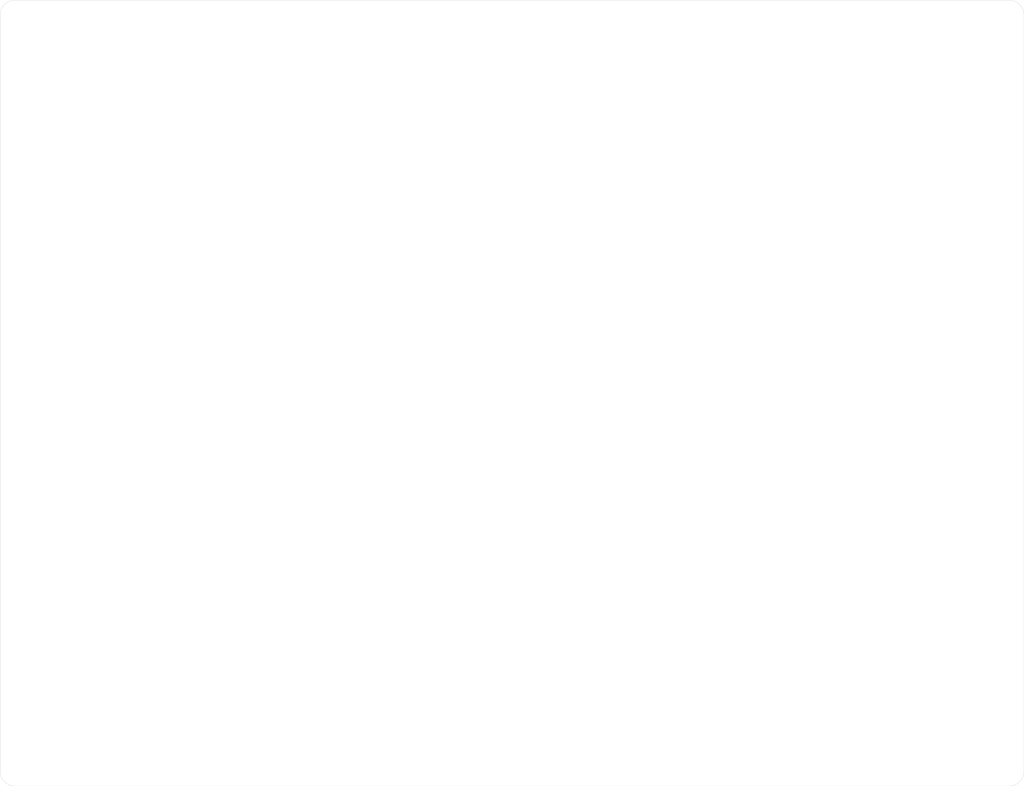
<source format=kicad_pcb>
(kicad_pcb (version 20240108) (generator "pcbnew") (generator_version "8.0")
  (layers (0 "F.Cu" signal) (31 "B.Cu" signal) (34 "B.Paste" user) (35 "F.Paste" user) (36 "B.SilkS" user "B.Silkscreen") (37 "F.SilkS" user "F.Silkscreen") (38 "B.Mask" user) (39 "F.Mask" user) (44 "Edge.Cuts" user))
  (net 0 "")
  (footprint "kbd_Hole:m2_Screw_Hole" (layer "F.Cu") (at 133.35 104.775)
    (property "Reference" "Ref**")
    (property "Value" "Val**")
    (pad "" np_thru_hole circle (at 0 0) (size 2.2 2.2) (drill 2.2) (layers "*.Cu" "*.Mask"))
  )
  (footprint "kbd_Hole:m2_Screw_Hole" (layer "F.Cu") (at 71.4375 85.725)
    (property "Reference" "Ref**")
    (property "Value" "Val**")
    (pad "" np_thru_hole circle (at 0 0) (size 2.2 2.2) (drill 2.2) (layers "*.Cu" "*.Mask"))
  )
  (footprint "kbd_Hole:m2_Screw_Hole" (layer "F.Cu") (at 180.975 23.8125)
    (property "Reference" "Ref**")
    (property "Value" "Val**")
    (pad "" np_thru_hole circle (at 0 0) (size 2.2 2.2) (drill 2.2) (layers "*.Cu" "*.Mask"))
  )
  (footprint "kbd_Hole:m2_Screw_Hole" (layer "F.Cu") (at 180.975 140.49375)
    (property "Reference" "Ref**")
    (property "Value" "Val**")
    (pad "" np_thru_hole circle (at 0 0) (size 2.2 2.2) (drill 2.2) (layers "*.Cu" "*.Mask"))
  )
  (footprint "kbd_Hole:m2_Screw_Hole" (layer "F.Cu") (at 47.625 140.49375)
    (property "Reference" "Ref**")
    (property "Value" "Val**")
    (pad "" np_thru_hole circle (at 0 0) (size 2.2 2.2) (drill 2.2) (layers "*.Cu" "*.Mask"))
  )
  (footprint "kbd_Hole:m2_Screw_Hole" (layer "F.Cu") (at 88.10625 23.8125)
    (property "Reference" "Ref**")
    (property "Value" "Val**")
    (pad "" np_thru_hole circle (at 0 0) (size 2.2 2.2) (drill 2.2) (layers "*.Cu" "*.Mask"))
  )
  (footprint "kbd_Hole:m2_Screw_Hole" (layer "F.Cu") (at 133.35 47.625)
    (property "Reference" "Ref**")
    (property "Value" "Val**")
    (pad "" np_thru_hole circle (at 0 0) (size 2.2 2.2) (drill 2.2) (layers "*.Cu" "*.Mask"))
  )
  (footprint "kbd_Hole:m2_Screw_Hole" (layer "F.Cu") (at 28.575 47.625)
    (property "Reference" "Ref**")
    (property "Value" "Val**")
    (pad "" np_thru_hole circle (at 0 0) (size 2.2 2.2) (drill 2.2) (layers "*.Cu" "*.Mask"))
  )
  (gr_arc (start 183.35625 19.05) (mid 185.040048 19.747452) (end 185.7375 21.43125) (stroke (width 0.05)) (layer "Edge.Cuts"))
  (gr_line (start 183.35625 19.05) (end 23.8125 19.05) (stroke (width 0.05)) (layer "Edge.Cuts"))
  (gr_arc (start 21.43125 21.43125) (mid 22.128702 19.747452) (end 23.8125 19.05) (stroke (width 0.05)) (layer "Edge.Cuts"))
  (gr_arc (start 185.7375 142.875) (mid 185.040048 144.558798) (end 183.35625 145.25625) (stroke (width 0.05)) (layer "Edge.Cuts"))
  (gr_arc (start 23.8125 145.25625) (mid 22.128702 144.558798) (end 21.43125 142.875) (stroke (width 0.05)) (layer "Edge.Cuts"))
  (gr_line (start 23.8125 145.25625) (end 183.35625 145.25625) (stroke (width 0.05)) (layer "Edge.Cuts"))
  (gr_line (start 185.7375 142.875) (end 185.7375 21.43125) (stroke (width 0.05)) (layer "Edge.Cuts"))
  (gr_line (start 21.43125 142.875) (end 21.43125 21.43125) (stroke (width 0.05)) (layer "Edge.Cuts"))
)
</source>
